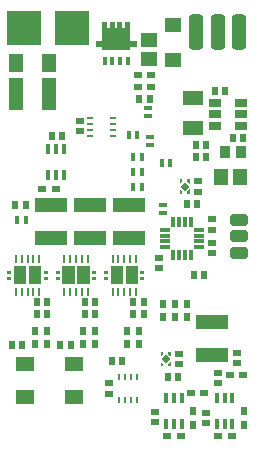
<source format=gbp>
G04*
G04 #@! TF.GenerationSoftware,Altium Limited,Altium Designer,25.0.2 (28)*
G04*
G04 Layer_Color=128*
%FSLAX44Y44*%
%MOMM*%
G71*
G04*
G04 #@! TF.SameCoordinates,503A90CA-BBE8-423F-B6A3-9968D9645D90*
G04*
G04*
G04 #@! TF.FilePolarity,Positive*
G04*
G01*
G75*
G04:AMPARAMS|DCode=16|XSize=1.5mm|YSize=1mm|CornerRadius=0.25mm|HoleSize=0mm|Usage=FLASHONLY|Rotation=0.000|XOffset=0mm|YOffset=0mm|HoleType=Round|Shape=RoundedRectangle|*
%AMROUNDEDRECTD16*
21,1,1.5000,0.5000,0,0,0.0*
21,1,1.0000,1.0000,0,0,0.0*
1,1,0.5000,0.5000,-0.2500*
1,1,0.5000,-0.5000,-0.2500*
1,1,0.5000,-0.5000,0.2500*
1,1,0.5000,0.5000,0.2500*
%
%ADD16ROUNDEDRECTD16*%
%ADD17R,0.6000X0.7500*%
%ADD18R,0.7500X0.6000*%
%ADD19R,0.6400X0.6000*%
%ADD22R,0.6000X0.6400*%
%ADD23R,3.0000X3.0000*%
G04:AMPARAMS|DCode=25|XSize=1.25mm|YSize=3mm|CornerRadius=0.3125mm|HoleSize=0mm|Usage=FLASHONLY|Rotation=0.000|XOffset=0mm|YOffset=0mm|HoleType=Round|Shape=RoundedRectangle|*
%AMROUNDEDRECTD25*
21,1,1.2500,2.3750,0,0,0.0*
21,1,0.6250,3.0000,0,0,0.0*
1,1,0.6250,0.3125,-1.1875*
1,1,0.6250,-0.3125,-1.1875*
1,1,0.6250,-0.3125,1.1875*
1,1,0.6250,0.3125,1.1875*
%
%ADD25ROUNDEDRECTD25*%
%ADD30R,1.3000X2.7000*%
%ADD35R,0.3400X0.8000*%
%ADD36R,0.4200X0.6600*%
%ADD37R,2.7000X1.3000*%
%ADD76R,1.2000X1.6500*%
%ADD77R,1.6500X1.2000*%
%ADD78R,1.4000X1.3000*%
%ADD79R,1.3000X1.4000*%
%ADD80R,1.7500X1.2000*%
%ADD81R,1.4000X1.3000*%
%ADD82R,1.0000X0.7000*%
%ADD83R,0.9000X1.0000*%
%ADD84R,0.4000X0.7000*%
%ADD85R,0.3500X0.8500*%
%ADD86R,0.7000X0.4000*%
G04:AMPARAMS|DCode=87|XSize=0.84mm|YSize=0.26mm|CornerRadius=0.0325mm|HoleSize=0mm|Usage=FLASHONLY|Rotation=180.000|XOffset=0mm|YOffset=0mm|HoleType=Round|Shape=RoundedRectangle|*
%AMROUNDEDRECTD87*
21,1,0.8400,0.1950,0,0,180.0*
21,1,0.7750,0.2600,0,0,180.0*
1,1,0.0650,-0.3875,0.0975*
1,1,0.0650,0.3875,0.0975*
1,1,0.0650,0.3875,-0.0975*
1,1,0.0650,-0.3875,-0.0975*
%
%ADD87ROUNDEDRECTD87*%
G04:AMPARAMS|DCode=88|XSize=0.84mm|YSize=0.26mm|CornerRadius=0.0325mm|HoleSize=0mm|Usage=FLASHONLY|Rotation=90.000|XOffset=0mm|YOffset=0mm|HoleType=Round|Shape=RoundedRectangle|*
%AMROUNDEDRECTD88*
21,1,0.8400,0.1950,0,0,90.0*
21,1,0.7750,0.2600,0,0,90.0*
1,1,0.0650,0.0975,0.3875*
1,1,0.0650,0.0975,-0.3875*
1,1,0.0650,-0.0975,-0.3875*
1,1,0.0650,-0.0975,0.3875*
%
%ADD88ROUNDEDRECTD88*%
G04:AMPARAMS|DCode=89|XSize=0.5mm|YSize=0.25mm|CornerRadius=0.0313mm|HoleSize=0mm|Usage=FLASHONLY|Rotation=270.000|XOffset=0mm|YOffset=0mm|HoleType=Round|Shape=RoundedRectangle|*
%AMROUNDEDRECTD89*
21,1,0.5000,0.1875,0,0,270.0*
21,1,0.4375,0.2500,0,0,270.0*
1,1,0.0625,-0.0938,-0.2188*
1,1,0.0625,-0.0938,0.2188*
1,1,0.0625,0.0938,0.2188*
1,1,0.0625,0.0938,-0.2188*
%
%ADD89ROUNDEDRECTD89*%
%ADD94P,0.6788X4X180.0*%
G04:AMPARAMS|DCode=95|XSize=0.5mm|YSize=0.25mm|CornerRadius=0.0313mm|HoleSize=0mm|Usage=FLASHONLY|Rotation=180.000|XOffset=0mm|YOffset=0mm|HoleType=Round|Shape=RoundedRectangle|*
%AMROUNDEDRECTD95*
21,1,0.5000,0.1875,0,0,180.0*
21,1,0.4375,0.2500,0,0,180.0*
1,1,0.0625,-0.2188,0.0938*
1,1,0.0625,0.2188,0.0938*
1,1,0.0625,0.2188,-0.0938*
1,1,0.0625,-0.2188,-0.0938*
%
%ADD95ROUNDEDRECTD95*%
G04:AMPARAMS|DCode=98|XSize=0.6mm|YSize=0.24mm|CornerRadius=0.03mm|HoleSize=0mm|Usage=FLASHONLY|Rotation=90.000|XOffset=0mm|YOffset=0mm|HoleType=Round|Shape=RoundedRectangle|*
%AMROUNDEDRECTD98*
21,1,0.6000,0.1800,0,0,90.0*
21,1,0.5400,0.2400,0,0,90.0*
1,1,0.0600,0.0900,0.2700*
1,1,0.0600,0.0900,-0.2700*
1,1,0.0600,-0.0900,-0.2700*
1,1,0.0600,-0.0900,0.2700*
%
%ADD98ROUNDEDRECTD98*%
G36*
X106850Y347500D02*
X112300D01*
Y341800D01*
X106850D01*
Y340000D01*
X83150D01*
Y341800D01*
X77700D01*
Y347500D01*
X83150D01*
Y363000D01*
X87350D01*
Y358300D01*
X89650D01*
Y363000D01*
X93850D01*
Y358300D01*
X96150D01*
Y363000D01*
X100350D01*
Y358300D01*
X102650D01*
Y363000D01*
X106850D01*
Y347500D01*
D02*
G37*
G36*
X157300Y226500D02*
X157000D01*
X155196Y228300D01*
Y230100D01*
X157300D01*
Y226500D01*
D02*
G37*
G36*
X150804Y228300D02*
X149000Y226500D01*
X148700D01*
Y230100D01*
X150804D01*
Y228300D01*
D02*
G37*
G36*
X157300Y217900D02*
X155196D01*
Y219700D01*
X157000Y221500D01*
X157300D01*
Y217900D01*
D02*
G37*
G36*
X150804Y219700D02*
Y217900D01*
X148700D01*
Y221500D01*
X149000D01*
X150804Y219700D01*
D02*
G37*
G36*
X119000Y150250D02*
X115600D01*
Y152750D01*
X119000D01*
Y150250D01*
D02*
G37*
G36*
X88400D02*
X85000D01*
Y152750D01*
X88400D01*
Y150250D01*
D02*
G37*
G36*
X78000D02*
X74600D01*
Y152750D01*
X78000D01*
Y150250D01*
D02*
G37*
G36*
X47400D02*
X44000D01*
Y152750D01*
X47400D01*
Y150250D01*
D02*
G37*
G36*
X37000D02*
X33600D01*
Y152750D01*
X37000D01*
Y150250D01*
D02*
G37*
G36*
X6400D02*
X3000D01*
Y152750D01*
X6400D01*
Y150250D01*
D02*
G37*
G36*
X119000Y145250D02*
X115600D01*
Y147750D01*
X119000D01*
Y145250D01*
D02*
G37*
G36*
X88400D02*
X85000D01*
Y147750D01*
X88400D01*
Y145250D01*
D02*
G37*
G36*
X78000D02*
X74600D01*
Y147750D01*
X78000D01*
Y145250D01*
D02*
G37*
G36*
X47400D02*
X44000D01*
Y147750D01*
X47400D01*
Y145250D01*
D02*
G37*
G36*
X37000D02*
X33600D01*
Y147750D01*
X37000D01*
Y145250D01*
D02*
G37*
G36*
X6400D02*
X3000D01*
Y147750D01*
X6400D01*
Y145250D01*
D02*
G37*
G36*
X113600Y141500D02*
X103000D01*
Y156500D01*
X113600D01*
Y141500D01*
D02*
G37*
G36*
X101000D02*
X90400D01*
Y156500D01*
X101000D01*
Y141500D01*
D02*
G37*
G36*
X72600D02*
X62000D01*
Y156500D01*
X72600D01*
Y141500D01*
D02*
G37*
G36*
X60000D02*
X49400D01*
Y156500D01*
X60000D01*
Y141500D01*
D02*
G37*
G36*
X31600D02*
X21000D01*
Y156500D01*
X31600D01*
Y141500D01*
D02*
G37*
G36*
X19000D02*
X8400D01*
Y156500D01*
X19000D01*
Y141500D01*
D02*
G37*
G36*
X141300Y80500D02*
X141000D01*
X139196Y82300D01*
Y84100D01*
X141300D01*
Y80500D01*
D02*
G37*
G36*
X134804Y82300D02*
X133000Y80500D01*
X132700D01*
Y84100D01*
X134804D01*
Y82300D01*
D02*
G37*
G36*
X141300Y71900D02*
X139196D01*
Y73700D01*
X141000Y75500D01*
X141300D01*
Y71900D01*
D02*
G37*
G36*
X134804Y73700D02*
Y71900D01*
X132700D01*
Y75500D01*
X133000D01*
X134804Y73700D01*
D02*
G37*
D16*
X199000Y196000D02*
D03*
Y168000D02*
D03*
Y182000D02*
D03*
D17*
X135000Y124750D02*
D03*
Y113250D02*
D03*
X155000Y124750D02*
D03*
Y113250D02*
D03*
X145000Y124750D02*
D03*
Y113250D02*
D03*
X160000Y33750D02*
D03*
Y22250D02*
D03*
X203000Y33750D02*
D03*
Y22250D02*
D03*
X104000Y90250D02*
D03*
Y101750D02*
D03*
X77000Y90250D02*
D03*
Y101750D02*
D03*
X67000Y90250D02*
D03*
Y101750D02*
D03*
X114000Y90250D02*
D03*
Y101750D02*
D03*
X36193Y90290D02*
D03*
Y101790D02*
D03*
X26193Y90290D02*
D03*
Y101790D02*
D03*
D18*
X43750Y222000D02*
D03*
X32250D02*
D03*
X191250Y64000D02*
D03*
X202750D02*
D03*
X158250Y49000D02*
D03*
X169750D02*
D03*
X124750Y318000D02*
D03*
X113250D02*
D03*
X124750Y308000D02*
D03*
X113250D02*
D03*
X192750Y13000D02*
D03*
X181250D02*
D03*
X149750D02*
D03*
X138250D02*
D03*
D19*
X197000Y83400D02*
D03*
Y74600D02*
D03*
X181000Y66400D02*
D03*
Y57600D02*
D03*
X131000Y154600D02*
D03*
Y163400D02*
D03*
X176000Y176400D02*
D03*
Y167600D02*
D03*
Y187600D02*
D03*
Y196400D02*
D03*
X89000Y48600D02*
D03*
X148000Y82400D02*
D03*
Y73600D02*
D03*
X89000Y57400D02*
D03*
X164000Y228400D02*
D03*
Y219600D02*
D03*
X128000Y24600D02*
D03*
Y33400D02*
D03*
X171000Y32400D02*
D03*
Y23600D02*
D03*
X64000Y279400D02*
D03*
Y270600D02*
D03*
D22*
X15400Y90000D02*
D03*
X6600D02*
D03*
X47600D02*
D03*
X56400D02*
D03*
X193600Y265000D02*
D03*
X202400D02*
D03*
X18400Y208000D02*
D03*
X9600D02*
D03*
X40600Y267000D02*
D03*
X49400D02*
D03*
X123400Y298000D02*
D03*
X114600D02*
D03*
X160600Y149000D02*
D03*
X169400D02*
D03*
X138600Y63000D02*
D03*
X147400D02*
D03*
X162600Y249000D02*
D03*
X171400D02*
D03*
X162600Y259000D02*
D03*
X171400D02*
D03*
X178600Y305000D02*
D03*
X187400D02*
D03*
X154600Y209000D02*
D03*
X163400D02*
D03*
X77400Y116000D02*
D03*
X68600D02*
D03*
X77400Y126000D02*
D03*
X68600D02*
D03*
X36400Y116000D02*
D03*
X27600D02*
D03*
X118400D02*
D03*
X109600D02*
D03*
X36400Y126000D02*
D03*
X27600D02*
D03*
X118400D02*
D03*
X109600D02*
D03*
X100400Y76000D02*
D03*
X91600D02*
D03*
D23*
X58000Y358000D02*
D03*
X17000D02*
D03*
D25*
X199000Y355000D02*
D03*
X181000D02*
D03*
X163000D02*
D03*
D30*
X38000Y302000D02*
D03*
X10000D02*
D03*
D35*
X85250Y358000D02*
D03*
X91750D02*
D03*
X98250D02*
D03*
X104750D02*
D03*
D36*
X91750Y330300D02*
D03*
X98250D02*
D03*
X85250D02*
D03*
X104750D02*
D03*
D37*
X73000Y208000D02*
D03*
Y180000D02*
D03*
X40000Y208000D02*
D03*
Y180000D02*
D03*
X106000Y208000D02*
D03*
Y180000D02*
D03*
X176000Y81000D02*
D03*
Y109000D02*
D03*
D76*
X10000Y329000D02*
D03*
X38000D02*
D03*
D77*
X59000Y74000D02*
D03*
Y46000D02*
D03*
X18000Y74000D02*
D03*
Y46000D02*
D03*
D78*
X123000Y332000D02*
D03*
Y348000D02*
D03*
D79*
X184000Y232000D02*
D03*
X200000D02*
D03*
D80*
X160000Y298750D02*
D03*
Y273250D02*
D03*
D81*
X143000Y360500D02*
D03*
Y331500D02*
D03*
D82*
X179000Y275500D02*
D03*
Y285000D02*
D03*
Y294500D02*
D03*
X201000Y275500D02*
D03*
Y285000D02*
D03*
Y294500D02*
D03*
D83*
X187250Y253000D02*
D03*
X200750D02*
D03*
D84*
X11500Y196000D02*
D03*
X18500D02*
D03*
X140500Y244000D02*
D03*
X133500D02*
D03*
X116500Y236000D02*
D03*
X109500D02*
D03*
X116500Y249000D02*
D03*
X109500D02*
D03*
X116500Y224000D02*
D03*
X109500D02*
D03*
X112500Y268000D02*
D03*
X105500D02*
D03*
D85*
X37500Y256000D02*
D03*
X44000D02*
D03*
X50500D02*
D03*
Y234000D02*
D03*
X37500D02*
D03*
X44000D02*
D03*
X150500Y23000D02*
D03*
X144000D02*
D03*
X137500D02*
D03*
Y45000D02*
D03*
X150500D02*
D03*
X144000D02*
D03*
X193500Y23000D02*
D03*
X187000D02*
D03*
X180500D02*
D03*
Y45000D02*
D03*
X193500D02*
D03*
X187000D02*
D03*
D86*
X124000Y266000D02*
D03*
Y259000D02*
D03*
X122000Y283500D02*
D03*
Y290500D02*
D03*
X135000Y208500D02*
D03*
Y201500D02*
D03*
D87*
X136650Y187500D02*
D03*
Y182500D02*
D03*
Y177500D02*
D03*
Y172500D02*
D03*
X165350D02*
D03*
Y177500D02*
D03*
Y182500D02*
D03*
Y187500D02*
D03*
D88*
X158500Y194350D02*
D03*
X153500D02*
D03*
X148500D02*
D03*
X143500D02*
D03*
Y165650D02*
D03*
X148500D02*
D03*
X153500D02*
D03*
X158500D02*
D03*
D89*
X97500Y43500D02*
D03*
X102500D02*
D03*
X107500D02*
D03*
X112500D02*
D03*
Y62500D02*
D03*
X107500D02*
D03*
X102500D02*
D03*
X97500D02*
D03*
D94*
X137000Y78000D02*
D03*
X153000Y224000D02*
D03*
D95*
X92000Y282000D02*
D03*
Y277000D02*
D03*
Y272000D02*
D03*
Y267000D02*
D03*
X73000D02*
D03*
Y272000D02*
D03*
Y277000D02*
D03*
Y282000D02*
D03*
D98*
X30000Y135000D02*
D03*
X25000D02*
D03*
X20000D02*
D03*
X15000D02*
D03*
X10000D02*
D03*
Y163000D02*
D03*
X15000D02*
D03*
X20000D02*
D03*
X25000D02*
D03*
X30000D02*
D03*
X71000Y135000D02*
D03*
X66000D02*
D03*
X61000D02*
D03*
X56000D02*
D03*
X51000D02*
D03*
Y163000D02*
D03*
X56000D02*
D03*
X61000D02*
D03*
X66000D02*
D03*
X71000D02*
D03*
X112000Y135000D02*
D03*
X107000D02*
D03*
X102000D02*
D03*
X97000D02*
D03*
X92000D02*
D03*
Y163000D02*
D03*
X97000D02*
D03*
X102000D02*
D03*
X107000D02*
D03*
X112000D02*
D03*
M02*

</source>
